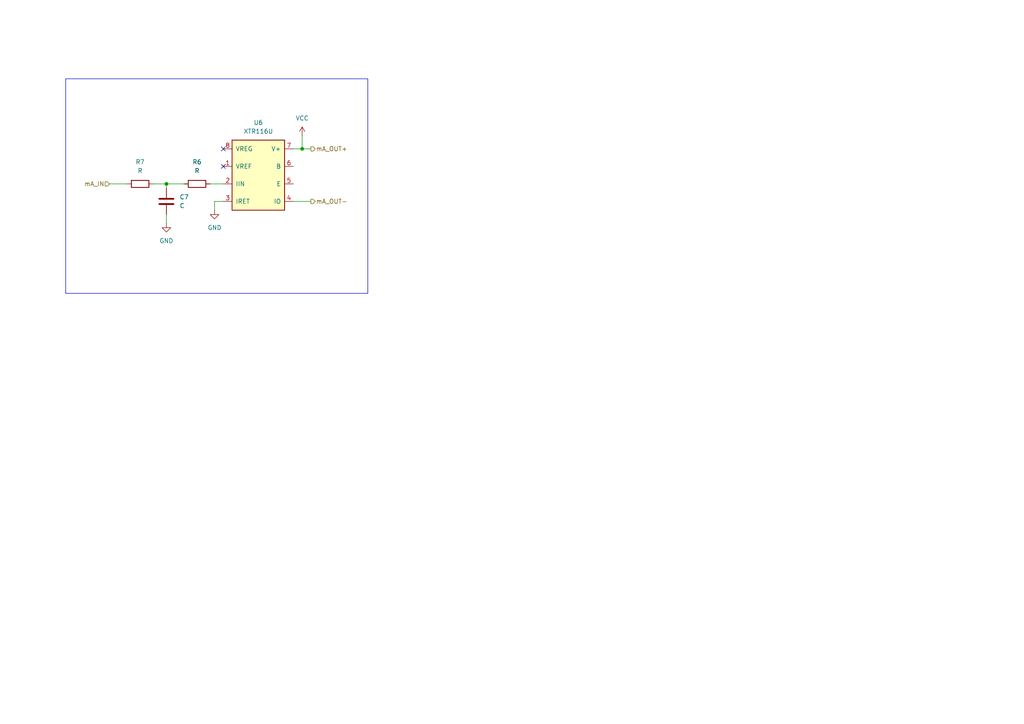
<source format=kicad_sch>
(kicad_sch (version 20250114) (generator "eeschema") (generator_version "9.0")
  (paper "A4")
  (lib_symbols
    (symbol "Device:C" (pin_numbers (hide yes)) (pin_names (offset 0.254))
      (property "Reference" "C" (at 0.635 2.54 0))
      (property "Value" "C" (at 0.635 -2.54 0))
      (symbol "C_0_1"
        (polyline (pts (xy -2.032 0.762) (xy 2.032 0.762)) (stroke (width 0.508)))
        (polyline (pts (xy -2.032 -0.762) (xy 2.032 -0.762)) (stroke (width 0.508)))
      )
      (symbol "C_1_1"
        (pin passive line (at 0 3.81 270) (length 2.794) (name "~") (number "1"))
        (pin passive line (at 0 -3.81 90) (length 2.794) (name "~") (number "2"))
      )
    )
    (symbol "Device:R" (pin_numbers (hide yes)) (pin_names (offset 0))
      (property "Reference" "R" (at 2.032 0 90))
      (property "Value" "R" (at 0 0 90))
      (symbol "R_0_1"
        (rectangle (start -1.016 -2.54) (end 1.016 2.54) (stroke (width 0.254)))
      )
      (symbol "R_1_1"
        (pin passive line (at 0 3.81 270) (length 1.27) (name "~") (number "1"))
        (pin passive line (at 0 -3.81 90) (length 1.27) (name "~") (number "2"))
      )
    )
    (symbol "Interface_CurrentLoop:XTR116U" (pin_names (offset 1.016))
      (property "Reference" "U" (at -7.62 13.97 0))
      (property "Value" "XTR116U" (at 1.27 13.97 0))
      (symbol "XTR116U_0_1"
        (rectangle (start -7.62 12.7) (end 7.62 -7.62) (stroke (width 0.254)) (fill (type background)))
      )
      (symbol "XTR116U_1_1"
        (pin output line (at -10.16 10.16 0) (length 2.54) (name "VREG") (number "8"))
        (pin output line (at -10.16 5.08 0) (length 2.54) (name "VREF") (number "1"))
        (pin input line (at -10.16 0 0) (length 2.54) (name "IIN") (number "2"))
        (pin input line (at -10.16 -5.08 0) (length 2.54) (name "IRET") (number "3"))
        (pin output line (at 10.16 10.16 180) (length 2.54) (name "V+") (number "7"))
        (pin output line (at 10.16 5.08 180) (length 2.54) (name "B") (number "6"))
        (pin passive line (at 10.16 0 180) (length 2.54) (name "E") (number "5"))
        (pin passive line (at 10.16 -5.08 180) (length 2.54) (name "IO") (number "4"))
      )
    )
    (symbol "power:GND" (power) (pin_numbers (hide yes)) (pin_names (offset 0) (hide yes))
      (property "Value" "GND" (at 0 -3.81 0))
      (symbol "GND_0_1"
        (polyline (pts (xy 0 0) (xy 0 -1.27) (xy 1.27 -1.27) (xy 0 -2.54) (xy -1.27 -1.27) (xy 0 -1.27)))
      )
      (symbol "GND_1_1"
        (pin power_in line (at 0 0 270) (length 0) (name "~") (number "1"))
      )
    )
    (symbol "power:VCC" (power) (pin_numbers (hide yes)) (pin_names (offset 0) (hide yes))
      (property "Value" "VCC" (at 0 3.556 0))
      (symbol "VCC_0_1"
        (polyline (pts (xy -0.762 1.27) (xy 0 2.54)))
        (polyline (pts (xy 0 2.54) (xy 0.762 1.27)))
        (polyline (pts (xy 0 0) (xy 0 2.54)))
      )
      (symbol "VCC_1_1"
        (pin power_in line (at 0 0 90) (length 0) (name "~") (number "1"))
      )
    )
  )
  (rectangle (start 19.05 22.86) (end 106.68 85.09))
  (junction (at 48.26 53.34))
  (junction (at 87.63 43.18))
  (no_connect (at 64.77 43.18))
  (no_connect (at 64.77 48.26))
  (wire (pts (xy 87.63 43.18) (xy 90.17 43.18)))
  (wire (pts (xy 48.26 62.23) (xy 48.26 64.77)))
  (wire (pts (xy 48.26 53.34) (xy 53.34 53.34)))
  (wire (pts (xy 62.23 58.42) (xy 62.23 60.96)))
  (wire (pts (xy 60.96 53.34) (xy 64.77 53.34)))
  (wire (pts (xy 48.26 53.34) (xy 48.26 54.61)))
  (wire (pts (xy 85.09 58.42) (xy 90.17 58.42)))
  (wire (pts (xy 64.77 58.42) (xy 62.23 58.42)))
  (wire (pts (xy 87.63 39.37) (xy 87.63 43.18)))
  (wire (pts (xy 44.45 53.34) (xy 48.26 53.34)))
  (wire (pts (xy 31.75 53.34) (xy 36.83 53.34)))
  (wire (pts (xy 85.09 43.18) (xy 87.63 43.18)))
  (hierarchical_label "mA_IN" (shape input) (at 31.75 53.34 180))
  (hierarchical_label "mA_OUT-" (shape output) (at 90.17 58.42 0))
  (hierarchical_label "mA_OUT+" (shape output) (at 90.17 43.18 0))
  (symbol (lib_id "Device:C") (at 48.26 58.42 0) (unit 1)
    (property "Reference" "C7" (at 52.07 57.1499 0) (effects (justify left)))
    (property "Value" "C" (at 52.07 59.6899 0) (effects (justify left)))
    (property "Description" "Unpolarized capacitor" (effects (hide yes)))
  )
  (symbol (lib_id "Device:R") (at 57.15 53.34 90) (unit 1)
    (property "Reference" "R6" (at 57.15 46.99 90))
    (property "Value" "R" (at 57.15 49.53 90))
    (property "Description" "Resistor" (effects (hide yes)))
  )
  (symbol (lib_id "Device:R") (at 40.64 53.34 90) (unit 1)
    (property "Reference" "R7" (at 40.64 46.99 90))
    (property "Value" "R" (at 40.64 49.53 90))
    (property "Description" "Resistor" (effects (hide yes)))
  )
  (symbol (lib_id "power:GND") (at 48.26 64.77 0) (unit 1)
    (property "Reference" "#PWR027" (effects (hide yes)))
    (property "Value" "GND" (at 48.26 69.85 0))
    (property "Description" "Power symbol creates a global label with name \"GND\" , ground" (effects (hide yes)))
  )
  (symbol (lib_id "power:GND") (at 62.23 60.96 0) (unit 1)
    (property "Reference" "#PWR026" (effects (hide yes)))
    (property "Value" "GND" (at 62.23 66.04 0))
    (property "Description" "Power symbol creates a global label with name \"GND\" , ground" (effects (hide yes)))
  )
  (symbol (lib_id "power:VCC") (at 87.63 39.37 0) (unit 1)
    (property "Reference" "#PWR028" (effects (hide yes)))
    (property "Value" "VCC" (at 87.63 34.29 0))
    (property "Description" "Power symbol creates a global label with name \"VCC\"" (effects (hide yes)))
  )
  (symbol (lib_id "Interface_CurrentLoop:XTR116U") (at 74.93 53.34 0) (unit 1)
    (property "Reference" "U6" (at 74.93 35.56 0))
    (property "Value" "XTR116U" (at 74.93 38.1 0))
    (property "Footprint" "Package_SO:SOIC-8_3.9x4.9mm_P1.27mm" (effects (hide yes)))
    (property "Datasheet" "http://www.ti.com/lit/ds/symlink/xtr115.pdf" (effects (hide yes)))
    (property "Description" "4-20mA Current Loop Transmitter, VREF 4.096V, SO-8" (effects (hide yes)))
  )
)
</source>
